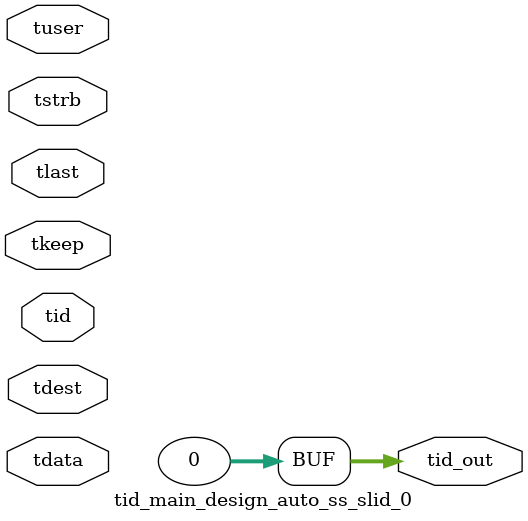
<source format=v>


`timescale 1ps/1ps

module tid_main_design_auto_ss_slid_0 #
(
parameter C_S_AXIS_TID_WIDTH   = 1,
parameter C_S_AXIS_TUSER_WIDTH = 0,
parameter C_S_AXIS_TDATA_WIDTH = 0,
parameter C_S_AXIS_TDEST_WIDTH = 0,
parameter C_M_AXIS_TID_WIDTH   = 32
)
(
input  [(C_S_AXIS_TID_WIDTH   == 0 ? 1 : C_S_AXIS_TID_WIDTH)-1:0       ] tid,
input  [(C_S_AXIS_TDATA_WIDTH == 0 ? 1 : C_S_AXIS_TDATA_WIDTH)-1:0     ] tdata,
input  [(C_S_AXIS_TUSER_WIDTH == 0 ? 1 : C_S_AXIS_TUSER_WIDTH)-1:0     ] tuser,
input  [(C_S_AXIS_TDEST_WIDTH == 0 ? 1 : C_S_AXIS_TDEST_WIDTH)-1:0     ] tdest,
input  [(C_S_AXIS_TDATA_WIDTH/8)-1:0 ] tkeep,
input  [(C_S_AXIS_TDATA_WIDTH/8)-1:0 ] tstrb,
input                                                                    tlast,
output [(C_M_AXIS_TID_WIDTH   == 0 ? 1 : C_M_AXIS_TID_WIDTH)-1:0       ] tid_out
);

assign tid_out = {1'b0};

endmodule


</source>
